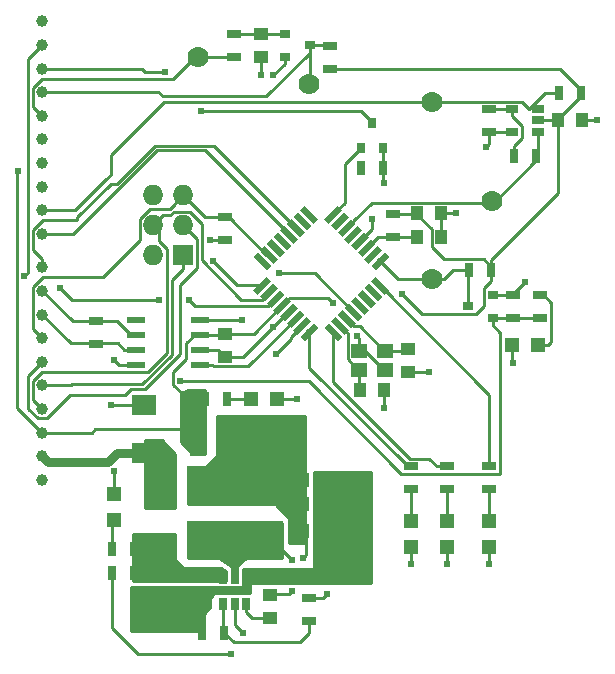
<source format=gtl>
G04 #@! TF.GenerationSoftware,KiCad,Pcbnew,5.0.0-fee4fd1~66~ubuntu18.04.1*
G04 #@! TF.CreationDate,2018-10-13T10:41:21-04:00*
G04 #@! TF.ProjectId,Intro,496E74726F2E6B696361645F70636200,rev?*
G04 #@! TF.SameCoordinates,Original*
G04 #@! TF.FileFunction,Copper,L1,Top,Signal*
G04 #@! TF.FilePolarity,Positive*
%FSLAX46Y46*%
G04 Gerber Fmt 4.6, Leading zero omitted, Abs format (unit mm)*
G04 Created by KiCad (PCBNEW 5.0.0-fee4fd1~66~ubuntu18.04.1) date Sat Oct 13 10:41:21 2018*
%MOMM*%
%LPD*%
G01*
G04 APERTURE LIST*
G04 #@! TA.AperFunction,SMDPad,CuDef*
%ADD10R,1.250000X1.000000*%
G04 #@! TD*
G04 #@! TA.AperFunction,SMDPad,CuDef*
%ADD11R,1.000000X1.250000*%
G04 #@! TD*
G04 #@! TA.AperFunction,SMDPad,CuDef*
%ADD12R,1.200000X1.200000*%
G04 #@! TD*
G04 #@! TA.AperFunction,SMDPad,CuDef*
%ADD13R,2.500000X0.900000*%
G04 #@! TD*
G04 #@! TA.AperFunction,SMDPad,CuDef*
%ADD14C,0.550000*%
G04 #@! TD*
G04 #@! TA.AperFunction,Conductor*
%ADD15C,0.100000*%
G04 #@! TD*
G04 #@! TA.AperFunction,SMDPad,CuDef*
%ADD16R,8.200000X3.300000*%
G04 #@! TD*
G04 #@! TA.AperFunction,SMDPad,CuDef*
%ADD17R,1.300000X0.700000*%
G04 #@! TD*
G04 #@! TA.AperFunction,SMDPad,CuDef*
%ADD18R,0.700000X1.300000*%
G04 #@! TD*
G04 #@! TA.AperFunction,SMDPad,CuDef*
%ADD19R,0.650000X1.060000*%
G04 #@! TD*
G04 #@! TA.AperFunction,SMDPad,CuDef*
%ADD20R,1.400000X1.200000*%
G04 #@! TD*
G04 #@! TA.AperFunction,SMDPad,CuDef*
%ADD21R,1.600000X1.000000*%
G04 #@! TD*
G04 #@! TA.AperFunction,SMDPad,CuDef*
%ADD22R,2.159000X1.778000*%
G04 #@! TD*
G04 #@! TA.AperFunction,ComponentPad*
%ADD23R,1.727200X1.727200*%
G04 #@! TD*
G04 #@! TA.AperFunction,ComponentPad*
%ADD24O,1.727200X1.727200*%
G04 #@! TD*
G04 #@! TA.AperFunction,SMDPad,CuDef*
%ADD25R,0.800000X0.900000*%
G04 #@! TD*
G04 #@! TA.AperFunction,SMDPad,CuDef*
%ADD26R,0.900000X0.800000*%
G04 #@! TD*
G04 #@! TA.AperFunction,SMDPad,CuDef*
%ADD27R,1.000000X3.200000*%
G04 #@! TD*
G04 #@! TA.AperFunction,SMDPad,CuDef*
%ADD28R,1.550000X0.600000*%
G04 #@! TD*
G04 #@! TA.AperFunction,SMDPad,CuDef*
%ADD29R,1.060000X0.650000*%
G04 #@! TD*
G04 #@! TA.AperFunction,ComponentPad*
%ADD30C,1.000000*%
G04 #@! TD*
G04 #@! TA.AperFunction,ViaPad*
%ADD31C,0.609600*%
G04 #@! TD*
G04 #@! TA.AperFunction,ViaPad*
%ADD32C,1.778000*%
G04 #@! TD*
G04 #@! TA.AperFunction,Conductor*
%ADD33C,0.254000*%
G04 #@! TD*
G04 #@! TA.AperFunction,Conductor*
%ADD34C,0.600000*%
G04 #@! TD*
G04 #@! TA.AperFunction,Conductor*
%ADD35C,0.800000*%
G04 #@! TD*
G04 #@! TA.AperFunction,Conductor*
%ADD36C,0.700000*%
G04 #@! TD*
G04 #@! TA.AperFunction,Conductor*
%ADD37C,0.500000*%
G04 #@! TD*
G04 #@! TA.AperFunction,Conductor*
%ADD38C,0.250000*%
G04 #@! TD*
G04 #@! TA.AperFunction,Conductor*
%ADD39C,0.300000*%
G04 #@! TD*
G04 #@! TA.AperFunction,Conductor*
%ADD40C,0.762000*%
G04 #@! TD*
G04 APERTURE END LIST*
D10*
G04 #@! TO.P,C4,1*
G04 #@! TO.N,VCC*
X140970000Y-87138000D03*
G04 #@! TO.P,C4,2*
G04 #@! TO.N,GND*
X140970000Y-89138000D03*
G04 #@! TD*
G04 #@! TO.P,C5,1*
G04 #@! TO.N,Net-(C5-Pad1)*
X144780000Y-111236000D03*
G04 #@! TO.P,C5,2*
G04 #@! TO.N,Net-(C5-Pad2)*
X144780000Y-109236000D03*
G04 #@! TD*
G04 #@! TO.P,C6,1*
G04 #@! TO.N,Net-(C6-Pad1)*
X156464000Y-88408000D03*
G04 #@! TO.P,C6,2*
G04 #@! TO.N,GND*
X156464000Y-90408000D03*
G04 #@! TD*
D11*
G04 #@! TO.P,C10,1*
G04 #@! TO.N,GND*
X171180000Y-69088000D03*
G04 #@! TO.P,C10,2*
G04 #@! TO.N,VCC*
X169180000Y-69088000D03*
G04 #@! TD*
G04 #@! TO.P,C11,1*
G04 #@! TO.N,Net-(C11-Pad1)*
X147590000Y-101600000D03*
G04 #@! TO.P,C11,2*
G04 #@! TO.N,GND*
X149590000Y-101600000D03*
G04 #@! TD*
G04 #@! TO.P,C12,1*
G04 #@! TO.N,Net-(C11-Pad1)*
X147590000Y-103886000D03*
G04 #@! TO.P,C12,2*
G04 #@! TO.N,GND*
X149590000Y-103886000D03*
G04 #@! TD*
D12*
G04 #@! TO.P,D2,2*
G04 #@! TO.N,Net-(D2-Pad2)*
X143172000Y-92710000D03*
G04 #@! TO.P,D2,1*
G04 #@! TO.N,GND*
X145372000Y-92710000D03*
G04 #@! TD*
G04 #@! TO.P,D6,2*
G04 #@! TO.N,Net-(D6-Pad2)*
X159766000Y-103040000D03*
G04 #@! TO.P,D6,1*
G04 #@! TO.N,GND*
X159766000Y-105240000D03*
G04 #@! TD*
D13*
G04 #@! TO.P,F1,1*
G04 #@! TO.N,+12V*
X135489500Y-101552500D03*
G04 #@! TO.P,F1,2*
G04 #@! TO.N,/12V_Fused*
X135489500Y-104452500D03*
G04 #@! TD*
D14*
G04 #@! TO.P,IC1,1*
G04 #@! TO.N,/MISO*
X144112897Y-83076610D03*
D15*
G04 #@! TD*
G04 #@! TO.N,/MISO*
G04 #@! TO.C,IC1*
G36*
X143741666Y-83836750D02*
X143352757Y-83447841D01*
X144484128Y-82316470D01*
X144873037Y-82705379D01*
X143741666Y-83836750D01*
X143741666Y-83836750D01*
G37*
D14*
G04 #@! TO.P,IC1,2*
G04 #@! TO.N,/MOSI*
X144678583Y-83642295D03*
D15*
G04 #@! TD*
G04 #@! TO.N,/MOSI*
G04 #@! TO.C,IC1*
G36*
X144307352Y-84402435D02*
X143918443Y-84013526D01*
X145049814Y-82882155D01*
X145438723Y-83271064D01*
X144307352Y-84402435D01*
X144307352Y-84402435D01*
G37*
D14*
G04 #@! TO.P,IC1,3*
G04 #@! TO.N,/SS*
X145244268Y-84207981D03*
D15*
G04 #@! TD*
G04 #@! TO.N,/SS*
G04 #@! TO.C,IC1*
G36*
X144873037Y-84968121D02*
X144484128Y-84579212D01*
X145615499Y-83447841D01*
X146004408Y-83836750D01*
X144873037Y-84968121D01*
X144873037Y-84968121D01*
G37*
D14*
G04 #@! TO.P,IC1,4*
G04 #@! TO.N,VCC*
X145809953Y-84773666D03*
D15*
G04 #@! TD*
G04 #@! TO.N,VCC*
G04 #@! TO.C,IC1*
G36*
X145438722Y-85533806D02*
X145049813Y-85144897D01*
X146181184Y-84013526D01*
X146570093Y-84402435D01*
X145438722Y-85533806D01*
X145438722Y-85533806D01*
G37*
D14*
G04 #@! TO.P,IC1,5*
G04 #@! TO.N,GND*
X146375639Y-85339352D03*
D15*
G04 #@! TD*
G04 #@! TO.N,GND*
G04 #@! TO.C,IC1*
G36*
X146004408Y-86099492D02*
X145615499Y-85710583D01*
X146746870Y-84579212D01*
X147135779Y-84968121D01*
X146004408Y-86099492D01*
X146004408Y-86099492D01*
G37*
D14*
G04 #@! TO.P,IC1,6*
G04 #@! TO.N,/TXCAN*
X146941324Y-85905037D03*
D15*
G04 #@! TD*
G04 #@! TO.N,/TXCAN*
G04 #@! TO.C,IC1*
G36*
X146570093Y-86665177D02*
X146181184Y-86276268D01*
X147312555Y-85144897D01*
X147701464Y-85533806D01*
X146570093Y-86665177D01*
X146570093Y-86665177D01*
G37*
D14*
G04 #@! TO.P,IC1,7*
G04 #@! TO.N,/RXCAN*
X147507010Y-86470722D03*
D15*
G04 #@! TD*
G04 #@! TO.N,/RXCAN*
G04 #@! TO.C,IC1*
G36*
X147135779Y-87230862D02*
X146746870Y-86841953D01*
X147878241Y-85710582D01*
X148267150Y-86099491D01*
X147135779Y-87230862D01*
X147135779Y-87230862D01*
G37*
D14*
G04 #@! TO.P,IC1,8*
G04 #@! TO.N,/P_LED_1*
X148072695Y-87036408D03*
D15*
G04 #@! TD*
G04 #@! TO.N,/P_LED_1*
G04 #@! TO.C,IC1*
G36*
X147701464Y-87796548D02*
X147312555Y-87407639D01*
X148443926Y-86276268D01*
X148832835Y-86665177D01*
X147701464Y-87796548D01*
X147701464Y-87796548D01*
G37*
D14*
G04 #@! TO.P,IC1,9*
G04 #@! TO.N,/P_LED_2*
X150123305Y-87036408D03*
D15*
G04 #@! TD*
G04 #@! TO.N,/P_LED_2*
G04 #@! TO.C,IC1*
G36*
X150883445Y-87407639D02*
X150494536Y-87796548D01*
X149363165Y-86665177D01*
X149752074Y-86276268D01*
X150883445Y-87407639D01*
X150883445Y-87407639D01*
G37*
D14*
G04 #@! TO.P,IC1,10*
G04 #@! TO.N,Net-(C8-Pad1)*
X150688990Y-86470722D03*
D15*
G04 #@! TD*
G04 #@! TO.N,Net-(C8-Pad1)*
G04 #@! TO.C,IC1*
G36*
X151449130Y-86841953D02*
X151060221Y-87230862D01*
X149928850Y-86099491D01*
X150317759Y-85710582D01*
X151449130Y-86841953D01*
X151449130Y-86841953D01*
G37*
D14*
G04 #@! TO.P,IC1,11*
G04 #@! TO.N,Net-(C6-Pad1)*
X151254676Y-85905037D03*
D15*
G04 #@! TD*
G04 #@! TO.N,Net-(C6-Pad1)*
G04 #@! TO.C,IC1*
G36*
X152014816Y-86276268D02*
X151625907Y-86665177D01*
X150494536Y-85533806D01*
X150883445Y-85144897D01*
X152014816Y-86276268D01*
X152014816Y-86276268D01*
G37*
D14*
G04 #@! TO.P,IC1,12*
G04 #@! TO.N,/SCK*
X151820361Y-85339352D03*
D15*
G04 #@! TD*
G04 #@! TO.N,/SCK*
G04 #@! TO.C,IC1*
G36*
X152580501Y-85710583D02*
X152191592Y-86099492D01*
X151060221Y-84968121D01*
X151449130Y-84579212D01*
X152580501Y-85710583D01*
X152580501Y-85710583D01*
G37*
D14*
G04 #@! TO.P,IC1,13*
G04 #@! TO.N,Net-(IC1-Pad13)*
X152386047Y-84773666D03*
D15*
G04 #@! TD*
G04 #@! TO.N,Net-(IC1-Pad13)*
G04 #@! TO.C,IC1*
G36*
X153146187Y-85144897D02*
X152757278Y-85533806D01*
X151625907Y-84402435D01*
X152014816Y-84013526D01*
X153146187Y-85144897D01*
X153146187Y-85144897D01*
G37*
D14*
G04 #@! TO.P,IC1,14*
G04 #@! TO.N,Net-(IC1-Pad14)*
X152951732Y-84207981D03*
D15*
G04 #@! TD*
G04 #@! TO.N,Net-(IC1-Pad14)*
G04 #@! TO.C,IC1*
G36*
X153711872Y-84579212D02*
X153322963Y-84968121D01*
X152191592Y-83836750D01*
X152580501Y-83447841D01*
X153711872Y-84579212D01*
X153711872Y-84579212D01*
G37*
D14*
G04 #@! TO.P,IC1,15*
G04 #@! TO.N,Net-(IC1-Pad15)*
X153517417Y-83642295D03*
D15*
G04 #@! TD*
G04 #@! TO.N,Net-(IC1-Pad15)*
G04 #@! TO.C,IC1*
G36*
X154277557Y-84013526D02*
X153888648Y-84402435D01*
X152757277Y-83271064D01*
X153146186Y-82882155D01*
X154277557Y-84013526D01*
X154277557Y-84013526D01*
G37*
D14*
G04 #@! TO.P,IC1,16*
G04 #@! TO.N,/P_LED_3*
X154083103Y-83076610D03*
D15*
G04 #@! TD*
G04 #@! TO.N,/P_LED_3*
G04 #@! TO.C,IC1*
G36*
X154843243Y-83447841D02*
X154454334Y-83836750D01*
X153322963Y-82705379D01*
X153711872Y-82316470D01*
X154843243Y-83447841D01*
X154843243Y-83447841D01*
G37*
D14*
G04 #@! TO.P,IC1,17*
G04 #@! TO.N,/SSO_1*
X154083103Y-81026000D03*
D15*
G04 #@! TD*
G04 #@! TO.N,/SSO_1*
G04 #@! TO.C,IC1*
G36*
X153711872Y-81786140D02*
X153322963Y-81397231D01*
X154454334Y-80265860D01*
X154843243Y-80654769D01*
X153711872Y-81786140D01*
X153711872Y-81786140D01*
G37*
D14*
G04 #@! TO.P,IC1,18*
G04 #@! TO.N,Net-(IC1-Pad18)*
X153517417Y-80460315D03*
D15*
G04 #@! TD*
G04 #@! TO.N,Net-(IC1-Pad18)*
G04 #@! TO.C,IC1*
G36*
X153146186Y-81220455D02*
X152757277Y-80831546D01*
X153888648Y-79700175D01*
X154277557Y-80089084D01*
X153146186Y-81220455D01*
X153146186Y-81220455D01*
G37*
D14*
G04 #@! TO.P,IC1,19*
G04 #@! TO.N,Net-(C2-Pad1)*
X152951732Y-79894629D03*
D15*
G04 #@! TD*
G04 #@! TO.N,Net-(C2-Pad1)*
G04 #@! TO.C,IC1*
G36*
X152580501Y-80654769D02*
X152191592Y-80265860D01*
X153322963Y-79134489D01*
X153711872Y-79523398D01*
X152580501Y-80654769D01*
X152580501Y-80654769D01*
G37*
D14*
G04 #@! TO.P,IC1,20*
G04 #@! TO.N,GND*
X152386047Y-79328944D03*
D15*
G04 #@! TD*
G04 #@! TO.N,GND*
G04 #@! TO.C,IC1*
G36*
X152014816Y-80089084D02*
X151625907Y-79700175D01*
X152757278Y-78568804D01*
X153146187Y-78957713D01*
X152014816Y-80089084D01*
X152014816Y-80089084D01*
G37*
D14*
G04 #@! TO.P,IC1,21*
G04 #@! TO.N,Net-(IC1-Pad21)*
X151820361Y-78763258D03*
D15*
G04 #@! TD*
G04 #@! TO.N,Net-(IC1-Pad21)*
G04 #@! TO.C,IC1*
G36*
X151449130Y-79523398D02*
X151060221Y-79134489D01*
X152191592Y-78003118D01*
X152580501Y-78392027D01*
X151449130Y-79523398D01*
X151449130Y-79523398D01*
G37*
D14*
G04 #@! TO.P,IC1,22*
G04 #@! TO.N,/SensorAmp*
X151254676Y-78197573D03*
D15*
G04 #@! TD*
G04 #@! TO.N,/SensorAmp*
G04 #@! TO.C,IC1*
G36*
X150883445Y-78957713D02*
X150494536Y-78568804D01*
X151625907Y-77437433D01*
X152014816Y-77826342D01*
X150883445Y-78957713D01*
X150883445Y-78957713D01*
G37*
D14*
G04 #@! TO.P,IC1,23*
G04 #@! TO.N,Net-(IC1-Pad23)*
X150688990Y-77631888D03*
D15*
G04 #@! TD*
G04 #@! TO.N,Net-(IC1-Pad23)*
G04 #@! TO.C,IC1*
G36*
X150317759Y-78392028D02*
X149928850Y-78003119D01*
X151060221Y-76871748D01*
X151449130Y-77260657D01*
X150317759Y-78392028D01*
X150317759Y-78392028D01*
G37*
D14*
G04 #@! TO.P,IC1,24*
G04 #@! TO.N,/LSD_Gate*
X150123305Y-77066202D03*
D15*
G04 #@! TD*
G04 #@! TO.N,/LSD_Gate*
G04 #@! TO.C,IC1*
G36*
X149752074Y-77826342D02*
X149363165Y-77437433D01*
X150494536Y-76306062D01*
X150883445Y-76694971D01*
X149752074Y-77826342D01*
X149752074Y-77826342D01*
G37*
D14*
G04 #@! TO.P,IC1,25*
G04 #@! TO.N,Net-(IC1-Pad25)*
X148072695Y-77066202D03*
D15*
G04 #@! TD*
G04 #@! TO.N,Net-(IC1-Pad25)*
G04 #@! TO.C,IC1*
G36*
X148832835Y-77437433D02*
X148443926Y-77826342D01*
X147312555Y-76694971D01*
X147701464Y-76306062D01*
X148832835Y-77437433D01*
X148832835Y-77437433D01*
G37*
D14*
G04 #@! TO.P,IC1,26*
G04 #@! TO.N,Net-(IC1-Pad26)*
X147507010Y-77631888D03*
D15*
G04 #@! TD*
G04 #@! TO.N,Net-(IC1-Pad26)*
G04 #@! TO.C,IC1*
G36*
X148267150Y-78003119D02*
X147878241Y-78392028D01*
X146746870Y-77260657D01*
X147135779Y-76871748D01*
X148267150Y-78003119D01*
X148267150Y-78003119D01*
G37*
D14*
G04 #@! TO.P,IC1,27*
G04 #@! TO.N,/Pinout1*
X146941324Y-78197573D03*
D15*
G04 #@! TD*
G04 #@! TO.N,/Pinout1*
G04 #@! TO.C,IC1*
G36*
X147701464Y-78568804D02*
X147312555Y-78957713D01*
X146181184Y-77826342D01*
X146570093Y-77437433D01*
X147701464Y-78568804D01*
X147701464Y-78568804D01*
G37*
D14*
G04 #@! TO.P,IC1,28*
G04 #@! TO.N,/Pinout2*
X146375639Y-78763258D03*
D15*
G04 #@! TD*
G04 #@! TO.N,/Pinout2*
G04 #@! TO.C,IC1*
G36*
X147135779Y-79134489D02*
X146746870Y-79523398D01*
X145615499Y-78392027D01*
X146004408Y-78003118D01*
X147135779Y-79134489D01*
X147135779Y-79134489D01*
G37*
D14*
G04 #@! TO.P,IC1,29*
G04 #@! TO.N,Net-(IC1-Pad29)*
X145809953Y-79328944D03*
D15*
G04 #@! TD*
G04 #@! TO.N,Net-(IC1-Pad29)*
G04 #@! TO.C,IC1*
G36*
X146570093Y-79700175D02*
X146181184Y-80089084D01*
X145049813Y-78957713D01*
X145438722Y-78568804D01*
X146570093Y-79700175D01*
X146570093Y-79700175D01*
G37*
D14*
G04 #@! TO.P,IC1,30*
G04 #@! TO.N,Net-(IC1-Pad30)*
X145244268Y-79894629D03*
D15*
G04 #@! TD*
G04 #@! TO.N,Net-(IC1-Pad30)*
G04 #@! TO.C,IC1*
G36*
X146004408Y-80265860D02*
X145615499Y-80654769D01*
X144484128Y-79523398D01*
X144873037Y-79134489D01*
X146004408Y-80265860D01*
X146004408Y-80265860D01*
G37*
D14*
G04 #@! TO.P,IC1,31*
G04 #@! TO.N,/RESET*
X144678583Y-80460315D03*
D15*
G04 #@! TD*
G04 #@! TO.N,/RESET*
G04 #@! TO.C,IC1*
G36*
X145438723Y-80831546D02*
X145049814Y-81220455D01*
X143918443Y-80089084D01*
X144307352Y-79700175D01*
X145438723Y-80831546D01*
X145438723Y-80831546D01*
G37*
D14*
G04 #@! TO.P,IC1,32*
G04 #@! TO.N,Net-(IC1-Pad32)*
X144112897Y-81026000D03*
D15*
G04 #@! TD*
G04 #@! TO.N,Net-(IC1-Pad32)*
G04 #@! TO.C,IC1*
G36*
X144873037Y-81397231D02*
X144484128Y-81786140D01*
X143352757Y-80654769D01*
X143741666Y-80265860D01*
X144873037Y-81397231D01*
X144873037Y-81397231D01*
G37*
D16*
G04 #@! TO.P,L1,1*
G04 #@! TO.N,Net-(C5-Pad2)*
X141795500Y-104648500D03*
G04 #@! TO.P,L1,2*
G04 #@! TO.N,Net-(C11-Pad1)*
X141795500Y-99948500D03*
G04 #@! TD*
D17*
G04 #@! TO.P,R1,1*
G04 #@! TO.N,VCC*
X155194000Y-77028000D03*
G04 #@! TO.P,R1,2*
G04 #@! TO.N,Net-(C2-Pad1)*
X155194000Y-78928000D03*
G04 #@! TD*
D18*
G04 #@! TO.P,R2,1*
G04 #@! TO.N,/12V_Fused*
X133284000Y-105410000D03*
G04 #@! TO.P,R2,2*
G04 #@! TO.N,Net-(D1-Pad2)*
X131384000Y-105410000D03*
G04 #@! TD*
G04 #@! TO.P,R3,1*
G04 #@! TO.N,/12V_Fused*
X133284000Y-107442000D03*
G04 #@! TO.P,R3,2*
G04 #@! TO.N,Net-(R3-Pad2)*
X131384000Y-107442000D03*
G04 #@! TD*
G04 #@! TO.P,R6,1*
G04 #@! TO.N,VCC*
X171130000Y-66802000D03*
G04 #@! TO.P,R6,2*
G04 #@! TO.N,/SensorOut*
X169230000Y-66802000D03*
G04 #@! TD*
D17*
G04 #@! TO.P,R8,1*
G04 #@! TO.N,VCC*
X140970000Y-79182000D03*
G04 #@! TO.P,R8,2*
G04 #@! TO.N,/RESET*
X140970000Y-77282000D03*
G04 #@! TD*
D18*
G04 #@! TO.P,R11,1*
G04 #@! TO.N,/SensorAmp*
X167320000Y-72136000D03*
G04 #@! TO.P,R11,2*
G04 #@! TO.N,Net-(R11-Pad2)*
X165420000Y-72136000D03*
G04 #@! TD*
G04 #@! TO.P,R12,1*
G04 #@! TO.N,VCC*
X139258000Y-92710000D03*
G04 #@! TO.P,R12,2*
G04 #@! TO.N,Net-(D2-Pad2)*
X141158000Y-92710000D03*
G04 #@! TD*
G04 #@! TO.P,R16,1*
G04 #@! TO.N,Net-(R16-Pad1)*
X152466000Y-73152000D03*
G04 #@! TO.P,R16,2*
G04 #@! TO.N,GND*
X154366000Y-73152000D03*
G04 #@! TD*
D19*
G04 #@! TO.P,U2,1*
G04 #@! TO.N,GND*
X142720100Y-107802500D03*
G04 #@! TO.P,U2,2*
G04 #@! TO.N,Net-(C5-Pad2)*
X141770100Y-107802500D03*
G04 #@! TO.P,U2,3*
G04 #@! TO.N,/12V_Fused*
X140820100Y-107802500D03*
G04 #@! TO.P,U2,4*
G04 #@! TO.N,Net-(R4-Pad1)*
X140820100Y-110002500D03*
G04 #@! TO.P,U2,6*
G04 #@! TO.N,Net-(C5-Pad1)*
X142720100Y-110002500D03*
G04 #@! TO.P,U2,5*
G04 #@! TO.N,Net-(R3-Pad2)*
X141770100Y-110002500D03*
G04 #@! TD*
D20*
G04 #@! TO.P,Y1,1*
G04 #@! TO.N,Net-(C6-Pad1)*
X154516000Y-88608000D03*
G04 #@! TO.P,Y1,2*
G04 #@! TO.N,GND*
X152316000Y-88608000D03*
G04 #@! TO.P,Y1,3*
G04 #@! TO.N,Net-(C8-Pad1)*
X152316000Y-90208000D03*
G04 #@! TO.P,Y1,4*
G04 #@! TO.N,GND*
X154516000Y-90208000D03*
G04 #@! TD*
D17*
G04 #@! TO.P,R13,1*
G04 #@! TO.N,/SSI_1*
X167640000Y-85786000D03*
G04 #@! TO.P,R13,2*
G04 #@! TO.N,Net-(D3-Pad2)*
X167640000Y-83886000D03*
G04 #@! TD*
G04 #@! TO.P,R14,1*
G04 #@! TO.N,/SSI_1*
X165354000Y-85786000D03*
G04 #@! TO.P,R14,2*
G04 #@! TO.N,GND*
X165354000Y-83886000D03*
G04 #@! TD*
D18*
G04 #@! TO.P,R15,1*
G04 #@! TO.N,VCC*
X163510000Y-81788000D03*
G04 #@! TO.P,R15,2*
G04 #@! TO.N,/SSO_1*
X161610000Y-81788000D03*
G04 #@! TD*
D17*
G04 #@! TO.P,R17,1*
G04 #@! TO.N,/P_LED_3*
X163322000Y-98364000D03*
G04 #@! TO.P,R17,2*
G04 #@! TO.N,Net-(D4-Pad2)*
X163322000Y-100264000D03*
G04 #@! TD*
D21*
G04 #@! TO.P,C3,1*
G04 #@! TO.N,/12V_Fused*
X138430000Y-107720000D03*
G04 #@! TO.P,C3,2*
G04 #@! TO.N,GND*
X138430000Y-110720000D03*
G04 #@! TD*
D11*
G04 #@! TO.P,C7,1*
G04 #@! TO.N,Net-(C11-Pad1)*
X147590000Y-99568000D03*
G04 #@! TO.P,C7,2*
G04 #@! TO.N,GND*
X149590000Y-99568000D03*
G04 #@! TD*
G04 #@! TO.P,C8,1*
G04 #@! TO.N,Net-(C8-Pad1)*
X152416000Y-91948000D03*
G04 #@! TO.P,C8,2*
G04 #@! TO.N,GND*
X154416000Y-91948000D03*
G04 #@! TD*
D10*
G04 #@! TO.P,C9,1*
G04 #@! TO.N,GND*
X144018000Y-63738000D03*
G04 #@! TO.P,C9,2*
G04 #@! TO.N,Net-(C9-Pad2)*
X144018000Y-61738000D03*
G04 #@! TD*
D12*
G04 #@! TO.P,D1,2*
G04 #@! TO.N,Net-(D1-Pad2)*
X131572000Y-102954000D03*
G04 #@! TO.P,D1,1*
G04 #@! TO.N,GND*
X131572000Y-100754000D03*
G04 #@! TD*
D22*
G04 #@! TO.P,D7,2*
G04 #@! TO.N,GND*
X134112000Y-93218000D03*
G04 #@! TO.P,D7,1*
G04 #@! TO.N,+12V*
X134112000Y-97282000D03*
G04 #@! TD*
D23*
G04 #@! TO.P,J4,1*
G04 #@! TO.N,/MISO*
X137414000Y-80518000D03*
D24*
G04 #@! TO.P,J4,2*
G04 #@! TO.N,VCC*
X134874000Y-80518000D03*
G04 #@! TO.P,J4,3*
G04 #@! TO.N,/SCK*
X137414000Y-77978000D03*
G04 #@! TO.P,J4,4*
G04 #@! TO.N,/MOSI*
X134874000Y-77978000D03*
G04 #@! TO.P,J4,5*
G04 #@! TO.N,/RESET*
X137414000Y-75438000D03*
G04 #@! TO.P,J4,6*
G04 #@! TO.N,GND*
X134874000Y-75438000D03*
G04 #@! TD*
D25*
G04 #@! TO.P,Q1,1*
G04 #@! TO.N,/LSD_Gate*
X152466000Y-71408000D03*
G04 #@! TO.P,Q1,2*
G04 #@! TO.N,GND*
X154366000Y-71408000D03*
G04 #@! TO.P,Q1,3*
G04 #@! TO.N,/LSD*
X153416000Y-69308000D03*
G04 #@! TD*
D26*
G04 #@! TO.P,Q2,1*
G04 #@! TO.N,/SSI_1*
X163610000Y-85786000D03*
G04 #@! TO.P,Q2,2*
G04 #@! TO.N,GND*
X163610000Y-83886000D03*
G04 #@! TO.P,Q2,3*
G04 #@! TO.N,/SSO_1*
X161510000Y-84836000D03*
G04 #@! TD*
G04 #@! TO.P,Q5,1*
G04 #@! TO.N,Net-(C9-Pad2)*
X146016000Y-61788000D03*
G04 #@! TO.P,Q5,2*
G04 #@! TO.N,GND*
X146016000Y-63688000D03*
G04 #@! TO.P,Q5,3*
G04 #@! TO.N,/RCOut*
X148116000Y-62738000D03*
G04 #@! TD*
D27*
G04 #@! TO.P,R9,1*
G04 #@! TO.N,VCC*
X138505000Y-95885000D03*
G04 #@! TO.P,R9,2*
G04 #@! TO.N,Net-(C11-Pad1)*
X144705000Y-95885000D03*
G04 #@! TD*
D17*
G04 #@! TO.P,R19,1*
G04 #@! TO.N,Net-(R11-Pad2)*
X163322000Y-68138000D03*
G04 #@! TO.P,R19,2*
G04 #@! TO.N,GND*
X163322000Y-70038000D03*
G04 #@! TD*
G04 #@! TO.P,R21,1*
G04 #@! TO.N,/P_LED_1*
X156718000Y-98364000D03*
G04 #@! TO.P,R21,2*
G04 #@! TO.N,Net-(D5-Pad2)*
X156718000Y-100264000D03*
G04 #@! TD*
G04 #@! TO.P,R22,1*
G04 #@! TO.N,/RCIn*
X141732000Y-63688000D03*
G04 #@! TO.P,R22,2*
G04 #@! TO.N,Net-(C9-Pad2)*
X141732000Y-61788000D03*
G04 #@! TD*
G04 #@! TO.P,R23,1*
G04 #@! TO.N,/P_LED_2*
X159766000Y-98364000D03*
G04 #@! TO.P,R23,2*
G04 #@! TO.N,Net-(D6-Pad2)*
X159766000Y-100264000D03*
G04 #@! TD*
G04 #@! TO.P,R24,1*
G04 #@! TO.N,VCC*
X149860000Y-64704000D03*
G04 #@! TO.P,R24,2*
G04 #@! TO.N,/RCOut*
X149860000Y-62804000D03*
G04 #@! TD*
D28*
G04 #@! TO.P,U1,1*
G04 #@! TO.N,/TXCAN*
X138844000Y-89789000D03*
G04 #@! TO.P,U1,2*
G04 #@! TO.N,GND*
X138844000Y-88519000D03*
G04 #@! TO.P,U1,3*
G04 #@! TO.N,VCC*
X138844000Y-87249000D03*
G04 #@! TO.P,U1,4*
G04 #@! TO.N,/RXCAN*
X138844000Y-85979000D03*
G04 #@! TO.P,U1,5*
G04 #@! TO.N,Net-(U1-Pad5)*
X133444000Y-85979000D03*
G04 #@! TO.P,U1,6*
G04 #@! TO.N,/CANL*
X133444000Y-87249000D03*
G04 #@! TO.P,U1,7*
G04 #@! TO.N,/CANH*
X133444000Y-88519000D03*
G04 #@! TO.P,U1,8*
G04 #@! TO.N,GND*
X133444000Y-89789000D03*
G04 #@! TD*
D29*
G04 #@! TO.P,U3,1*
G04 #@! TO.N,/SensorAmp*
X167470000Y-70038000D03*
G04 #@! TO.P,U3,2*
G04 #@! TO.N,VCC*
X167470000Y-69088000D03*
G04 #@! TO.P,U3,3*
G04 #@! TO.N,/SensorOut*
X167470000Y-68138000D03*
G04 #@! TO.P,U3,4*
G04 #@! TO.N,Net-(R11-Pad2)*
X165270000Y-68138000D03*
G04 #@! TO.P,U3,5*
G04 #@! TO.N,GND*
X165270000Y-70038000D03*
G04 #@! TD*
D11*
G04 #@! TO.P,C1,1*
G04 #@! TO.N,VCC*
X157242000Y-76962000D03*
G04 #@! TO.P,C1,2*
G04 #@! TO.N,GND*
X159242000Y-76962000D03*
G04 #@! TD*
G04 #@! TO.P,C2,1*
G04 #@! TO.N,Net-(C2-Pad1)*
X157242000Y-78994000D03*
G04 #@! TO.P,C2,2*
G04 #@! TO.N,GND*
X159242000Y-78994000D03*
G04 #@! TD*
D12*
G04 #@! TO.P,D3,2*
G04 #@! TO.N,Net-(D3-Pad2)*
X167470000Y-88138000D03*
G04 #@! TO.P,D3,1*
G04 #@! TO.N,GND*
X165270000Y-88138000D03*
G04 #@! TD*
G04 #@! TO.P,D4,2*
G04 #@! TO.N,Net-(D4-Pad2)*
X163322000Y-103040000D03*
G04 #@! TO.P,D4,1*
G04 #@! TO.N,GND*
X163322000Y-105240000D03*
G04 #@! TD*
G04 #@! TO.P,D5,2*
G04 #@! TO.N,Net-(D5-Pad2)*
X156718000Y-103040000D03*
G04 #@! TO.P,D5,1*
G04 #@! TO.N,GND*
X156718000Y-105240000D03*
G04 #@! TD*
D18*
G04 #@! TO.P,R4,1*
G04 #@! TO.N,Net-(R4-Pad1)*
X140904000Y-112522000D03*
G04 #@! TO.P,R4,2*
G04 #@! TO.N,GND*
X139004000Y-112522000D03*
G04 #@! TD*
D17*
G04 #@! TO.P,R5,1*
G04 #@! TO.N,Net-(R4-Pad1)*
X148082000Y-111440000D03*
G04 #@! TO.P,R5,2*
G04 #@! TO.N,Net-(C11-Pad1)*
X148082000Y-109540000D03*
G04 #@! TD*
G04 #@! TO.P,R7,1*
G04 #@! TO.N,/CANH*
X130048000Y-88006000D03*
G04 #@! TO.P,R7,2*
G04 #@! TO.N,/CANL*
X130048000Y-86106000D03*
G04 #@! TD*
D30*
G04 #@! TO.P,J1,1*
G04 #@! TO.N,/Pinout1*
X125476000Y-81534000D03*
G04 #@! TO.P,J1,2*
G04 #@! TO.N,/CANL*
X125476000Y-83534000D03*
G04 #@! TO.P,J1,3*
G04 #@! TO.N,/CANH*
X125476000Y-85534000D03*
G04 #@! TO.P,J1,8*
G04 #@! TO.N,VCC*
X125476000Y-95534000D03*
G04 #@! TO.P,J1,7*
G04 #@! TO.N,/MOSI*
X125476000Y-93534000D03*
G04 #@! TO.P,J1,6*
G04 #@! TO.N,/MISO*
X125476000Y-91534000D03*
G04 #@! TO.P,J1,5*
G04 #@! TO.N,/SCK*
X125476000Y-89534000D03*
G04 #@! TO.P,J1,4*
G04 #@! TO.N,/RESET*
X125476000Y-87534000D03*
G04 #@! TO.P,J1,9*
G04 #@! TO.N,+12V*
X125476000Y-97534000D03*
G04 #@! TO.P,J1,10*
G04 #@! TO.N,GND*
X125476000Y-99534000D03*
G04 #@! TD*
G04 #@! TO.P,J2,10*
G04 #@! TO.N,/Pinout2*
X125476000Y-78706000D03*
G04 #@! TO.P,J2,9*
G04 #@! TO.N,/SensorOut*
X125476000Y-76706000D03*
G04 #@! TO.P,J2,4*
G04 #@! TO.N,/RCOut*
X125476000Y-66706000D03*
G04 #@! TO.P,J2,5*
G04 #@! TO.N,/RCIn*
X125476000Y-68706000D03*
G04 #@! TO.P,J2,6*
G04 #@! TO.N,/SSI_1*
X125476000Y-70706000D03*
G04 #@! TO.P,J2,7*
G04 #@! TO.N,VCC*
X125476000Y-72706000D03*
G04 #@! TO.P,J2,8*
G04 #@! TO.N,GND*
X125476000Y-74706000D03*
G04 #@! TO.P,J2,3*
G04 #@! TO.N,/LSD*
X125476000Y-64706000D03*
G04 #@! TO.P,J2,2*
G04 #@! TO.N,/SS*
X125476000Y-62706000D03*
G04 #@! TO.P,J2,1*
G04 #@! TO.N,Net-(J2-Pad1)*
X125476000Y-60706000D03*
G04 #@! TD*
D31*
G04 #@! TO.N,GND*
X131318000Y-93218000D03*
X160528000Y-76962000D03*
X131572000Y-89408000D03*
X172466000Y-69088000D03*
X163068000Y-71374000D03*
X154432000Y-74422000D03*
X153416000Y-77470000D03*
X166370000Y-82804000D03*
X165354000Y-89662000D03*
X147066000Y-92710000D03*
X145034000Y-86614000D03*
X152146000Y-87376000D03*
X158242000Y-90424000D03*
X154432000Y-93472000D03*
X145034000Y-65278000D03*
X144018000Y-65278000D03*
X163322000Y-106680000D03*
X159766000Y-106680000D03*
X156718000Y-106680000D03*
X136398000Y-109474000D03*
X134112000Y-109474000D03*
X134112000Y-111252000D03*
X136398000Y-111252000D03*
X151384000Y-99822000D03*
X151638000Y-104648000D03*
X152654000Y-103632000D03*
X151638000Y-102616000D03*
X152654000Y-101600000D03*
X151638000Y-100838000D03*
X152654000Y-99822000D03*
X131572000Y-98806000D03*
G04 #@! TO.N,VCC*
X139700000Y-79248000D03*
X155956000Y-83820000D03*
X150114000Y-84582000D03*
X123444000Y-73406000D03*
G04 #@! TO.N,/MISO*
X139954000Y-81026000D03*
G04 #@! TO.N,/RXCAN*
X142427200Y-85979000D03*
X145288000Y-88900000D03*
G04 #@! TO.N,/SCK*
X145542000Y-82042000D03*
G04 #@! TO.N,Net-(C5-Pad2)*
X146646900Y-108920100D03*
X146596100Y-106329300D03*
G04 #@! TO.N,Net-(C11-Pad1)*
X147574000Y-106172000D03*
X149606000Y-109220000D03*
G04 #@! TO.N,/SS*
X135382000Y-84328000D03*
X137922000Y-84328000D03*
X127000000Y-83312000D03*
X123952000Y-82296000D03*
D32*
G04 #@! TO.N,/SSO_1*
X158496000Y-82550000D03*
G04 #@! TO.N,/SensorAmp*
X163576000Y-75946000D03*
G04 #@! TO.N,/SensorOut*
X158496000Y-67564000D03*
D31*
G04 #@! TO.N,/SSI_1*
X137160000Y-91186000D03*
D32*
G04 #@! TO.N,/RCIn*
X138684000Y-63754000D03*
G04 #@! TO.N,/RCOut*
X148082000Y-66040000D03*
D31*
G04 #@! TO.N,/LSD*
X138938000Y-68326000D03*
X135890000Y-65024000D03*
G04 #@! TO.N,Net-(R3-Pad2)*
X142494000Y-112522000D03*
X141478000Y-114300000D03*
G04 #@! TD*
D33*
G04 #@! TO.N,GND*
X134112000Y-93218000D02*
X131318000Y-93218000D01*
X159242000Y-76962000D02*
X160528000Y-76962000D01*
X133444000Y-89789000D02*
X131953000Y-89789000D01*
X131953000Y-89789000D02*
X131572000Y-89408000D01*
X140970000Y-89138000D02*
X142510000Y-89138000D01*
X142510000Y-89138000D02*
X145034000Y-86614000D01*
X138844000Y-88519000D02*
X140351000Y-88519000D01*
X140351000Y-88519000D02*
X140970000Y-89138000D01*
X171180000Y-69088000D02*
X172466000Y-69088000D01*
X163322000Y-70038000D02*
X163322000Y-71120000D01*
X163322000Y-71120000D02*
X163068000Y-71374000D01*
X154366000Y-73152000D02*
X154366000Y-74356000D01*
X154366000Y-74356000D02*
X154432000Y-74422000D01*
X154366000Y-73152000D02*
X154366000Y-71408000D01*
X165270000Y-70038000D02*
X163322000Y-70038000D01*
X152386047Y-79319639D02*
X153416000Y-78289686D01*
X153416000Y-78289686D02*
X153416000Y-77470000D01*
X159242000Y-76962000D02*
X159242000Y-78994000D01*
X165354000Y-83886000D02*
X165354000Y-83820000D01*
X165354000Y-83820000D02*
X166370000Y-82804000D01*
X165354000Y-83886000D02*
X163610000Y-83886000D01*
X165270000Y-88138000D02*
X165270000Y-89578000D01*
X165270000Y-89578000D02*
X165354000Y-89662000D01*
X145372000Y-92710000D02*
X147066000Y-92710000D01*
X146375639Y-85330047D02*
X146317953Y-85330047D01*
X146317953Y-85330047D02*
X145034000Y-86614000D01*
X152316000Y-88608000D02*
X152316000Y-87546000D01*
X152316000Y-87546000D02*
X152146000Y-87376000D01*
X156464000Y-90408000D02*
X158226000Y-90408000D01*
X158226000Y-90408000D02*
X158242000Y-90424000D01*
X154416000Y-91948000D02*
X154416000Y-93456000D01*
X154416000Y-93456000D02*
X154432000Y-93472000D01*
X152316000Y-88608000D02*
X152816000Y-88608000D01*
X152816000Y-88608000D02*
X154416000Y-90208000D01*
X154416000Y-90208000D02*
X154516000Y-90208000D01*
X146016000Y-63688000D02*
X146016000Y-64296000D01*
X146016000Y-64296000D02*
X145034000Y-65278000D01*
X144018000Y-63738000D02*
X144018000Y-65278000D01*
X163322000Y-105240000D02*
X163322000Y-106680000D01*
X159766000Y-105240000D02*
X159766000Y-106680000D01*
X156718000Y-105240000D02*
X156718000Y-106680000D01*
X139004000Y-112522000D02*
X139004000Y-111294000D01*
X139004000Y-111294000D02*
X138430000Y-110720000D01*
X134112000Y-93218000D02*
X134302500Y-93218000D01*
X138430000Y-110720000D02*
X136930000Y-110720000D01*
X134112000Y-111252000D02*
X134112000Y-109474000D01*
X136930000Y-110720000D02*
X136398000Y-111252000D01*
X151384000Y-99822000D02*
X152654000Y-99822000D01*
X151130000Y-99568000D02*
X151384000Y-99822000D01*
X149590000Y-99568000D02*
X151130000Y-99568000D01*
X151892000Y-104902000D02*
X151892000Y-105918000D01*
X151638000Y-104648000D02*
X151892000Y-104902000D01*
X151638000Y-102616000D02*
X152654000Y-103632000D01*
X152400000Y-101600000D02*
X152654000Y-101600000D01*
X151638000Y-100838000D02*
X152400000Y-101600000D01*
X131572000Y-100754000D02*
X131572000Y-98806000D01*
G04 #@! TO.N,VCC*
X129951238Y-95250000D02*
X137668000Y-95250000D01*
X137668000Y-87950000D02*
X138369000Y-87249000D01*
X138369000Y-87249000D02*
X138844000Y-87249000D01*
X137668000Y-89275880D02*
X137668000Y-87950000D01*
X139258000Y-92710000D02*
X137819382Y-92710000D01*
X137819382Y-92710000D02*
X136575799Y-91466417D01*
X136575799Y-91466417D02*
X136575799Y-90368081D01*
X136575799Y-90368081D02*
X137668000Y-89275880D01*
X140970000Y-79182000D02*
X139766000Y-79182000D01*
X139766000Y-79182000D02*
X139700000Y-79248000D01*
X171130000Y-66802000D02*
X171130000Y-66502000D01*
X171130000Y-66502000D02*
X169332000Y-64704000D01*
X150764000Y-64704000D02*
X149860000Y-64704000D01*
X169332000Y-64704000D02*
X150764000Y-64704000D01*
X163510000Y-81788000D02*
X163510000Y-80884000D01*
X163510000Y-80884000D02*
X169180000Y-75214000D01*
X169180000Y-75214000D02*
X169180000Y-69967000D01*
X169180000Y-69967000D02*
X169180000Y-69088000D01*
X155956000Y-83820000D02*
X157651401Y-85515401D01*
X157651401Y-85515401D02*
X162183521Y-85515401D01*
X162183521Y-85515401D02*
X162880599Y-84818323D01*
X162880599Y-84818323D02*
X162880599Y-83321401D01*
X162880599Y-83321401D02*
X163510000Y-82692000D01*
X163510000Y-82692000D02*
X163510000Y-81788000D01*
X145809953Y-84764361D02*
X146446348Y-84127966D01*
X146446348Y-84127966D02*
X149659966Y-84127966D01*
X149659966Y-84127966D02*
X150114000Y-84582000D01*
X140970000Y-87138000D02*
X143436314Y-87138000D01*
X143436314Y-87138000D02*
X145809953Y-84764361D01*
X138844000Y-87249000D02*
X140859000Y-87249000D01*
X140859000Y-87249000D02*
X140970000Y-87138000D01*
X157242000Y-76962000D02*
X157242000Y-77087000D01*
X157242000Y-77087000D02*
X158462599Y-78307599D01*
X158462599Y-78307599D02*
X158462599Y-79842521D01*
X158462599Y-79842521D02*
X159478677Y-80858599D01*
X159478677Y-80858599D02*
X162880599Y-80858599D01*
X162880599Y-80858599D02*
X163510000Y-81488000D01*
X163510000Y-81488000D02*
X163510000Y-81788000D01*
X155194000Y-77028000D02*
X157176000Y-77028000D01*
X157176000Y-77028000D02*
X157242000Y-76962000D01*
X138505000Y-95885000D02*
X138505000Y-92859000D01*
X138505000Y-92859000D02*
X138654000Y-92710000D01*
X138654000Y-92710000D02*
X139258000Y-92710000D01*
X169180000Y-69088000D02*
X169180000Y-68963000D01*
X169180000Y-68963000D02*
X171130000Y-67013000D01*
X171130000Y-67013000D02*
X171130000Y-66802000D01*
X167470000Y-69088000D02*
X169180000Y-69088000D01*
X129667238Y-95534000D02*
X125476000Y-95534000D01*
X129951238Y-95250000D02*
X129667238Y-95534000D01*
X123367799Y-73482201D02*
X123444000Y-73406000D01*
X125476000Y-95534000D02*
X123367799Y-93425799D01*
X123367799Y-93425799D02*
X123367799Y-73482201D01*
G04 #@! TO.N,Net-(C6-Pad1)*
X154516000Y-88608000D02*
X156264000Y-88608000D01*
X156264000Y-88608000D02*
X156464000Y-88408000D01*
X151254676Y-85895732D02*
X151891071Y-86532127D01*
X151891071Y-86532127D02*
X152340127Y-86532127D01*
X154416000Y-88608000D02*
X154516000Y-88608000D01*
X152340127Y-86532127D02*
X154416000Y-88608000D01*
G04 #@! TO.N,Net-(D2-Pad2)*
X141158000Y-92710000D02*
X143172000Y-92710000D01*
G04 #@! TO.N,Net-(D6-Pad2)*
X159766000Y-100264000D02*
X159766000Y-103040000D01*
G04 #@! TO.N,/MISO*
X144112897Y-83067305D02*
X141995305Y-83067305D01*
X141995305Y-83067305D02*
X139954000Y-81026000D01*
X136423411Y-88962261D02*
X136423411Y-82626189D01*
X136423411Y-82626189D02*
X137414000Y-81635600D01*
X137414000Y-81635600D02*
X137414000Y-80518000D01*
X133945672Y-91440000D02*
X136423411Y-88962261D01*
X133945672Y-91440000D02*
X128016000Y-91440000D01*
X127922000Y-91534000D02*
X125476000Y-91534000D01*
X128016000Y-91440000D02*
X127922000Y-91534000D01*
G04 #@! TO.N,/MOSI*
X144678583Y-83632990D02*
X144042188Y-84269385D01*
X144042188Y-84269385D02*
X142332767Y-84269385D01*
X142332767Y-84269385D02*
X138963410Y-80900028D01*
X138963410Y-80900028D02*
X138963410Y-77835768D01*
X138963410Y-77835768D02*
X137962641Y-76834999D01*
X137962641Y-76834999D02*
X136591751Y-76834999D01*
X136591751Y-76834999D02*
X136312349Y-77114401D01*
X136312349Y-77114401D02*
X135737599Y-77114401D01*
X135737599Y-77114401D02*
X134874000Y-77978000D01*
X135382000Y-79334358D02*
X135382000Y-78486000D01*
X134442521Y-90368401D02*
X136017001Y-88793921D01*
X136017001Y-88793921D02*
X136017001Y-79969359D01*
X136017001Y-79969359D02*
X135382000Y-79334358D01*
X135382000Y-78486000D02*
X134874000Y-77978000D01*
X124696599Y-92754599D02*
X124976001Y-93034001D01*
X124696599Y-91159887D02*
X124696599Y-92754599D01*
X124976001Y-93034001D02*
X125476000Y-93534000D01*
X125488085Y-90368401D02*
X124696599Y-91159887D01*
X134442521Y-90368401D02*
X125488085Y-90368401D01*
G04 #@! TO.N,/TXCAN*
X138844000Y-89789000D02*
X139873000Y-89789000D01*
X139873000Y-89789000D02*
X140001401Y-89917401D01*
X140001401Y-89917401D02*
X142919655Y-89917401D01*
X142919655Y-89917401D02*
X146941324Y-85895732D01*
G04 #@! TO.N,/RXCAN*
X146558000Y-87630000D02*
X146558000Y-87419732D01*
X146558000Y-87419732D02*
X147507010Y-86470722D01*
X145288000Y-88900000D02*
X146558000Y-87630000D01*
X138844000Y-85979000D02*
X142427200Y-85979000D01*
X138844000Y-85979000D02*
X138369000Y-85979000D01*
X146870615Y-87097812D02*
X147507010Y-86461417D01*
G04 #@! TO.N,/SCK*
X151820361Y-85330047D02*
X148532314Y-82042000D01*
X148532314Y-82042000D02*
X145542000Y-82042000D01*
X124976001Y-90033999D02*
X125476000Y-89534000D01*
X124290190Y-90719810D02*
X124976001Y-90033999D01*
X124290190Y-93501704D02*
X124290190Y-90719810D01*
X125850113Y-94313401D02*
X125101887Y-94313401D01*
X127794113Y-92369401D02*
X125850113Y-94313401D01*
X132489177Y-92369401D02*
X127794113Y-92369401D01*
X134213590Y-91846410D02*
X133012168Y-91846410D01*
X137160000Y-83002122D02*
X137160000Y-88900000D01*
X138557001Y-81605121D02*
X137160000Y-83002122D01*
X125101887Y-94313401D02*
X124290190Y-93501704D01*
X138557001Y-79121001D02*
X138557001Y-81605121D01*
X133012168Y-91846410D02*
X132489177Y-92369401D01*
X137160000Y-88900000D02*
X134213590Y-91846410D01*
X137414000Y-77978000D02*
X138557001Y-79121001D01*
G04 #@! TO.N,/RESET*
X140970000Y-77282000D02*
X141270000Y-77282000D01*
X141270000Y-77282000D02*
X144439010Y-80451010D01*
X144439010Y-80451010D02*
X144678583Y-80451010D01*
X137414000Y-75438000D02*
X139258000Y-77282000D01*
X139258000Y-77282000D02*
X140970000Y-77282000D01*
X133730999Y-79226515D02*
X133730999Y-77429359D01*
X133730999Y-77429359D02*
X134579357Y-76581001D01*
X134579357Y-76581001D02*
X136270999Y-76581001D01*
X136270999Y-76581001D02*
X136550401Y-76301599D01*
X136550401Y-76301599D02*
X137414000Y-75438000D01*
X130644113Y-82313401D02*
X133730999Y-79226515D01*
X124696599Y-83159887D02*
X125543085Y-82313401D01*
X124696599Y-86754599D02*
X124696599Y-83159887D01*
X125543085Y-82313401D02*
X130644113Y-82313401D01*
X125476000Y-87534000D02*
X124696599Y-86754599D01*
G04 #@! TO.N,/CANL*
X132969000Y-87249000D02*
X131826000Y-86106000D01*
X133444000Y-87249000D02*
X132969000Y-87249000D01*
X131826000Y-86106000D02*
X130048000Y-86106000D01*
X128048000Y-86106000D02*
X125476000Y-83534000D01*
X130048000Y-86106000D02*
X128048000Y-86106000D01*
G04 #@! TO.N,/CANH*
X132415000Y-88519000D02*
X133444000Y-88519000D01*
X131866599Y-87970599D02*
X132415000Y-88519000D01*
X127912599Y-87970599D02*
X125476000Y-85534000D01*
X131866599Y-87970599D02*
X127912599Y-87970599D01*
G04 #@! TO.N,Net-(C2-Pad1)*
X155194000Y-78928000D02*
X157176000Y-78928000D01*
X157176000Y-78928000D02*
X157242000Y-78994000D01*
X155194000Y-78928000D02*
X153909056Y-78928000D01*
X153909056Y-78928000D02*
X152951732Y-79885324D01*
D34*
G04 #@! TO.N,/12V_Fused*
X139020100Y-107802500D02*
X138970100Y-107852500D01*
D33*
G04 #@! TO.N,Net-(C5-Pad1)*
X142720100Y-110002500D02*
X142720100Y-110716100D01*
X143240000Y-111236000D02*
X144780000Y-111236000D01*
X142720100Y-110716100D02*
X143240000Y-111236000D01*
G04 #@! TO.N,Net-(C5-Pad2)*
X144589500Y-109202500D02*
X146364500Y-109202500D01*
X146364500Y-109202500D02*
X146646900Y-108920100D01*
X146596100Y-106329300D02*
X144915300Y-104648500D01*
X144915300Y-104648500D02*
X143510000Y-105410000D01*
X145286500Y-104648500D02*
X143510000Y-105410000D01*
D35*
X143484600Y-105435400D02*
X143510000Y-105410000D01*
D36*
X143484600Y-105435400D02*
X143510000Y-105410000D01*
D34*
X143484600Y-105435400D02*
X143510000Y-105410000D01*
D37*
X143484600Y-105435400D02*
X143510000Y-105410000D01*
D38*
X143484600Y-105435400D02*
X143510000Y-105410000D01*
X143484600Y-105435400D02*
X143510000Y-105410000D01*
D36*
X143484600Y-105435400D02*
X143510000Y-105410000D01*
D34*
X143484600Y-105435400D02*
X143510000Y-105410000D01*
D38*
X143484600Y-105435400D02*
X143510000Y-105410000D01*
D33*
G04 #@! TO.N,Net-(C11-Pad1)*
X148082000Y-109540000D02*
X149286000Y-109540000D01*
X147840000Y-105906000D02*
X147840000Y-104211000D01*
X147574000Y-106172000D02*
X147840000Y-105906000D01*
X149286000Y-109540000D02*
X149606000Y-109220000D01*
D35*
X141978000Y-99766000D02*
X141795500Y-99948500D01*
X145363500Y-99948500D02*
X141795500Y-99948500D01*
D39*
X147340000Y-104853000D02*
X147340000Y-104211000D01*
D33*
G04 #@! TO.N,Net-(C8-Pad1)*
X152316000Y-90208000D02*
X152316000Y-91848000D01*
X152316000Y-91848000D02*
X152416000Y-91948000D01*
X150688990Y-86461417D02*
X151325385Y-87097812D01*
X151325385Y-87097812D02*
X151325385Y-89317385D01*
X152216000Y-90208000D02*
X152316000Y-90208000D01*
X151325385Y-89317385D02*
X152216000Y-90208000D01*
G04 #@! TO.N,Net-(C9-Pad2)*
X144018000Y-61738000D02*
X145966000Y-61738000D01*
X145966000Y-61738000D02*
X146016000Y-61788000D01*
X141732000Y-61788000D02*
X143968000Y-61788000D01*
X143968000Y-61788000D02*
X144018000Y-61738000D01*
G04 #@! TO.N,Net-(D1-Pad2)*
X131384000Y-105410000D02*
X131384000Y-103142000D01*
X131384000Y-103142000D02*
X131572000Y-102954000D01*
G04 #@! TO.N,Net-(D3-Pad2)*
X167640000Y-83886000D02*
X167940000Y-83886000D01*
X168569401Y-84515401D02*
X168569401Y-87892599D01*
X168324000Y-88138000D02*
X167470000Y-88138000D01*
X167940000Y-83886000D02*
X168569401Y-84515401D01*
X168569401Y-87892599D02*
X168324000Y-88138000D01*
G04 #@! TO.N,Net-(D4-Pad2)*
X163322000Y-100264000D02*
X163322000Y-103040000D01*
G04 #@! TO.N,Net-(D5-Pad2)*
X156718000Y-100264000D02*
X156718000Y-103040000D01*
G04 #@! TO.N,+12V*
X135489500Y-101552500D02*
X135489500Y-98469000D01*
X135489500Y-98469000D02*
X134302500Y-97282000D01*
X134302500Y-97282000D02*
X134112000Y-97282000D01*
D40*
X125986000Y-98044000D02*
X125476000Y-97534000D01*
X131064000Y-98044000D02*
X125986000Y-98044000D01*
X134112000Y-97282000D02*
X131826000Y-97282000D01*
X131826000Y-97282000D02*
X131064000Y-98044000D01*
D33*
G04 #@! TO.N,/SS*
X135382000Y-84328000D02*
X129540000Y-84328000D01*
X145244268Y-84198676D02*
X144607873Y-84835071D01*
X144607873Y-84835071D02*
X138429071Y-84835071D01*
X138429071Y-84835071D02*
X137922000Y-84328000D01*
X129540000Y-84328000D02*
X128016000Y-84328000D01*
X128016000Y-84328000D02*
X127000000Y-83312000D01*
X124976001Y-63205999D02*
X125476000Y-62706000D01*
X124256799Y-63925201D02*
X124976001Y-63205999D01*
X124256799Y-81991201D02*
X124256799Y-63925201D01*
X123952000Y-82296000D02*
X124256799Y-81991201D01*
G04 #@! TO.N,/P_LED_1*
X148072695Y-87027103D02*
X148072695Y-90018695D01*
X148072695Y-90018695D02*
X156418000Y-98364000D01*
X156418000Y-98364000D02*
X156718000Y-98364000D01*
G04 #@! TO.N,/P_LED_2*
X150123305Y-87027103D02*
X150123305Y-91283227D01*
X150123305Y-91283227D02*
X156574677Y-97734599D01*
X156574677Y-97734599D02*
X158232599Y-97734599D01*
X158232599Y-97734599D02*
X158862000Y-98364000D01*
X158862000Y-98364000D02*
X159766000Y-98364000D01*
G04 #@! TO.N,/P_LED_3*
X154083103Y-83067305D02*
X163322000Y-92306202D01*
X163322000Y-92306202D02*
X163322000Y-98364000D01*
G04 #@! TO.N,/SSO_1*
X161510000Y-84836000D02*
X161510000Y-81888000D01*
X161510000Y-81888000D02*
X161610000Y-81788000D01*
X161610000Y-81788000D02*
X160274000Y-81788000D01*
X159512000Y-82550000D02*
X157988000Y-82550000D01*
X160274000Y-81788000D02*
X159512000Y-82550000D01*
X155607103Y-82550000D02*
X154083103Y-81026000D01*
X157988000Y-82550000D02*
X155607103Y-82550000D01*
G04 #@! TO.N,/SensorAmp*
X167320000Y-72136000D02*
X167320000Y-72436000D01*
X167320000Y-72436000D02*
X163698401Y-76057599D01*
X163698401Y-76057599D02*
X153385345Y-76057599D01*
X153385345Y-76057599D02*
X151891071Y-77551873D01*
X151891071Y-77551873D02*
X151254676Y-78188268D01*
X167470000Y-70038000D02*
X167470000Y-71986000D01*
X167470000Y-71986000D02*
X167320000Y-72136000D01*
G04 #@! TO.N,/LSD_Gate*
X151130000Y-72794000D02*
X151130000Y-76050202D01*
X151130000Y-76050202D02*
X150123305Y-77056897D01*
X152466000Y-71408000D02*
X152466000Y-71458000D01*
X152466000Y-71458000D02*
X151130000Y-72794000D01*
G04 #@! TO.N,/SensorOut*
X167132000Y-67692000D02*
X168022000Y-66802000D01*
X167132000Y-67800000D02*
X167470000Y-68138000D01*
X167132000Y-67692000D02*
X167132000Y-67800000D01*
X168022000Y-66802000D02*
X169230000Y-66802000D01*
X125476000Y-76706000D02*
X128272000Y-76706000D01*
X166686000Y-68138000D02*
X167132000Y-67692000D01*
X128272000Y-76706000D02*
X130810000Y-74168000D01*
X130810000Y-74168000D02*
X130907667Y-74070333D01*
X130810000Y-74168000D02*
X131267182Y-73710818D01*
X166056599Y-67508599D02*
X166686000Y-68138000D01*
X131267181Y-72019897D02*
X135778479Y-67508599D01*
X131267182Y-73710818D02*
X131267181Y-72019897D01*
X135778479Y-67508599D02*
X166056599Y-67508599D01*
G04 #@! TO.N,/SSI_1*
X137160000Y-91186000D02*
X148037078Y-91186000D01*
X148037078Y-91186000D02*
X155844479Y-98993401D01*
X155844479Y-98993401D02*
X164195521Y-98993401D01*
X164195521Y-98993401D02*
X164251401Y-98937521D01*
X164251401Y-98937521D02*
X164251401Y-87081401D01*
X164251401Y-87081401D02*
X163610000Y-86440000D01*
X163610000Y-86440000D02*
X163610000Y-85786000D01*
X165354000Y-85786000D02*
X167640000Y-85786000D01*
X163610000Y-85786000D02*
X165354000Y-85786000D01*
G04 #@! TO.N,/RCIn*
X138449578Y-63688000D02*
X141732000Y-63688000D01*
X124976001Y-68206001D02*
X125476000Y-68706000D01*
X124696599Y-67926599D02*
X124976001Y-68206001D01*
X124696599Y-66331887D02*
X124696599Y-67926599D01*
X136529377Y-65608201D02*
X125420285Y-65608201D01*
X125420285Y-65608201D02*
X124696599Y-66331887D01*
X138449578Y-63688000D02*
X136529377Y-65608201D01*
G04 #@! TO.N,/RCOut*
X148116000Y-62738000D02*
X149794000Y-62738000D01*
X149794000Y-62738000D02*
X149860000Y-62804000D01*
X144452000Y-67056000D02*
X148116000Y-63392000D01*
X135656328Y-67056000D02*
X144452000Y-67056000D01*
X148116000Y-63392000D02*
X148116000Y-62738000D01*
X135306328Y-66706000D02*
X125476000Y-66706000D01*
X135656328Y-67056000D02*
X135306328Y-66706000D01*
X148116000Y-62738000D02*
X148116000Y-66006000D01*
X148116000Y-66006000D02*
X148082000Y-66040000D01*
G04 #@! TO.N,/LSD*
X138938000Y-68326000D02*
X152484000Y-68326000D01*
X152484000Y-68326000D02*
X153416000Y-69258000D01*
X153416000Y-69258000D02*
X153416000Y-69308000D01*
X134208762Y-65024000D02*
X135890000Y-65024000D01*
X133890762Y-64706000D02*
X125476000Y-64706000D01*
X134208762Y-65024000D02*
X133890762Y-64706000D01*
G04 #@! TO.N,Net-(R3-Pad2)*
X131384000Y-107442000D02*
X131384000Y-112080000D01*
X141770100Y-111798100D02*
X141770100Y-110002500D01*
X142494000Y-112522000D02*
X141770100Y-111798100D01*
X133604000Y-114300000D02*
X141478000Y-114300000D01*
X131384000Y-112080000D02*
X133604000Y-114300000D01*
G04 #@! TO.N,Net-(R4-Pad1)*
X140820100Y-110002500D02*
X140820100Y-112372100D01*
X148082000Y-112522000D02*
X148082000Y-111440000D01*
X147320000Y-113284000D02*
X148082000Y-112522000D01*
X141732000Y-113284000D02*
X147320000Y-113284000D01*
X140820100Y-112372100D02*
X141732000Y-113284000D01*
X140809000Y-110013600D02*
X140820100Y-110002500D01*
G04 #@! TO.N,Net-(R11-Pad2)*
X165270000Y-68138000D02*
X163322000Y-68138000D01*
X165420000Y-72136000D02*
X165420000Y-71232000D01*
X165420000Y-71232000D02*
X166079401Y-70572599D01*
X166079401Y-70572599D02*
X166079401Y-69526401D01*
X166079401Y-69526401D02*
X165270000Y-68717000D01*
X165270000Y-68717000D02*
X165270000Y-68138000D01*
G04 #@! TO.N,/Pinout1*
X125476000Y-80826894D02*
X125476000Y-81534000D01*
X124696599Y-80047493D02*
X125476000Y-80826894D01*
X124696599Y-78331887D02*
X124696599Y-80047493D01*
X125543085Y-77485401D02*
X124696599Y-78331887D01*
X128426863Y-77485401D02*
X125543085Y-77485401D01*
X139974646Y-71221590D02*
X135026410Y-71221590D01*
X146941324Y-78188268D02*
X139974646Y-71221590D01*
X135026410Y-71221590D02*
X131771257Y-74476743D01*
X131771257Y-74476743D02*
X131263257Y-74476743D01*
X131263257Y-74476743D02*
X128426863Y-77313137D01*
X128426863Y-77313137D02*
X128426863Y-77485401D01*
G04 #@! TO.N,/Pinout2*
X139249686Y-71628000D02*
X146375639Y-78753953D01*
X135194750Y-71628000D02*
X139249686Y-71628000D01*
X128116750Y-78706000D02*
X135194750Y-71628000D01*
X125476000Y-78706000D02*
X128116750Y-78706000D01*
G04 #@! TD*
G04 #@! TO.N,VCC*
G36*
X139232000Y-97331000D02*
X138211606Y-97331000D01*
X137186000Y-96305394D01*
X137186000Y-92125800D01*
X137346938Y-92125800D01*
X137692354Y-91982724D01*
X137727078Y-91948000D01*
X139232000Y-91948000D01*
X139232000Y-97331000D01*
X139232000Y-97331000D01*
G37*
X139232000Y-97331000D02*
X138211606Y-97331000D01*
X137186000Y-96305394D01*
X137186000Y-92125800D01*
X137346938Y-92125800D01*
X137692354Y-91982724D01*
X137727078Y-91948000D01*
X139232000Y-91948000D01*
X139232000Y-97331000D01*
G04 #@! TO.N,+12V*
G36*
X136732000Y-97310606D02*
X136732000Y-101931000D01*
X134186000Y-101931000D01*
X134186000Y-96185000D01*
X135606394Y-96185000D01*
X136732000Y-97310606D01*
X136732000Y-97310606D01*
G37*
X136732000Y-97310606D02*
X136732000Y-101931000D01*
X134186000Y-101931000D01*
X134186000Y-96185000D01*
X135606394Y-96185000D01*
X136732000Y-97310606D01*
G04 #@! TO.N,/12V_Fused*
G36*
X136732000Y-106308000D02*
X136741667Y-106356601D01*
X136769197Y-106397803D01*
X137319197Y-106947803D01*
X137360399Y-106975333D01*
X137409000Y-106985000D01*
X140576615Y-106985000D01*
X141032000Y-107233392D01*
X141032000Y-108131000D01*
X133186000Y-108131000D01*
X133186000Y-104135000D01*
X136732000Y-104135000D01*
X136732000Y-106308000D01*
X136732000Y-106308000D01*
G37*
X136732000Y-106308000D02*
X136741667Y-106356601D01*
X136769197Y-106397803D01*
X137319197Y-106947803D01*
X137360399Y-106975333D01*
X137409000Y-106985000D01*
X140576615Y-106985000D01*
X141032000Y-107233392D01*
X141032000Y-108131000D01*
X133186000Y-108131000D01*
X133186000Y-104135000D01*
X136732000Y-104135000D01*
X136732000Y-106308000D01*
G04 #@! TO.N,GND*
G36*
X153303000Y-108220000D02*
X143193800Y-108220000D01*
X143145199Y-108229667D01*
X143103997Y-108257197D01*
X143076467Y-108298399D01*
X143066800Y-108347000D01*
X143066800Y-109109000D01*
X140069600Y-109109000D01*
X140020999Y-109118667D01*
X139979797Y-109146197D01*
X139962770Y-109167324D01*
X139734170Y-109522924D01*
X139714000Y-109591600D01*
X139714000Y-110326394D01*
X139243197Y-110797197D01*
X139215667Y-110838399D01*
X139206000Y-110887000D01*
X139206000Y-112284000D01*
X132983000Y-112284000D01*
X132983000Y-108626400D01*
X142381000Y-108626400D01*
X142429601Y-108616733D01*
X142470803Y-108589203D01*
X142498333Y-108548001D01*
X142508000Y-108499400D01*
X142508000Y-107077000D01*
X148374100Y-107077000D01*
X148422701Y-107067333D01*
X148463903Y-107039803D01*
X148491433Y-106998601D01*
X148501100Y-106950000D01*
X148501100Y-98836300D01*
X149747000Y-98836300D01*
X149795601Y-98826633D01*
X149802535Y-98822000D01*
X153303000Y-98822000D01*
X153303000Y-108220000D01*
X153303000Y-108220000D01*
G37*
X153303000Y-108220000D02*
X143193800Y-108220000D01*
X143145199Y-108229667D01*
X143103997Y-108257197D01*
X143076467Y-108298399D01*
X143066800Y-108347000D01*
X143066800Y-109109000D01*
X140069600Y-109109000D01*
X140020999Y-109118667D01*
X139979797Y-109146197D01*
X139962770Y-109167324D01*
X139734170Y-109522924D01*
X139714000Y-109591600D01*
X139714000Y-110326394D01*
X139243197Y-110797197D01*
X139215667Y-110838399D01*
X139206000Y-110887000D01*
X139206000Y-112284000D01*
X132983000Y-112284000D01*
X132983000Y-108626400D01*
X142381000Y-108626400D01*
X142429601Y-108616733D01*
X142470803Y-108589203D01*
X142498333Y-108548001D01*
X142508000Y-108499400D01*
X142508000Y-107077000D01*
X148374100Y-107077000D01*
X148422701Y-107067333D01*
X148463903Y-107039803D01*
X148491433Y-106998601D01*
X148501100Y-106950000D01*
X148501100Y-98836300D01*
X149747000Y-98836300D01*
X149795601Y-98826633D01*
X149802535Y-98822000D01*
X153303000Y-98822000D01*
X153303000Y-108220000D01*
G04 #@! TO.N,Net-(C5-Pad2)*
G36*
X145757900Y-106151500D02*
X142836900Y-106151500D01*
X142788299Y-106161167D01*
X142753724Y-106182527D01*
X142004724Y-106831660D01*
X142002082Y-106834015D01*
X141977682Y-106856382D01*
X141948389Y-106896349D01*
X141936500Y-106950000D01*
X141936500Y-108156500D01*
X141555500Y-108156500D01*
X141555500Y-106950000D01*
X141545833Y-106901399D01*
X141518303Y-106860197D01*
X141497493Y-106843375D01*
X140459720Y-106171875D01*
X140390727Y-106151500D01*
X137833100Y-106151500D01*
X137833100Y-103154300D01*
X145757900Y-103154300D01*
X145757900Y-106151500D01*
X145757900Y-106151500D01*
G37*
X145757900Y-106151500D02*
X142836900Y-106151500D01*
X142788299Y-106161167D01*
X142753724Y-106182527D01*
X142004724Y-106831660D01*
X142002082Y-106834015D01*
X141977682Y-106856382D01*
X141948389Y-106896349D01*
X141936500Y-106950000D01*
X141936500Y-108156500D01*
X141555500Y-108156500D01*
X141555500Y-106950000D01*
X141545833Y-106901399D01*
X141518303Y-106860197D01*
X141497493Y-106843375D01*
X140459720Y-106171875D01*
X140390727Y-106151500D01*
X137833100Y-106151500D01*
X137833100Y-103154300D01*
X145757900Y-103154300D01*
X145757900Y-106151500D01*
G04 #@! TO.N,Net-(C11-Pad1)*
G36*
X147739100Y-104881500D02*
X146342100Y-104881500D01*
X146342100Y-102722500D01*
X146332433Y-102673899D01*
X146304903Y-102632697D01*
X145288903Y-101616697D01*
X145247701Y-101589167D01*
X145199100Y-101579500D01*
X137833100Y-101579500D01*
X137833100Y-98404500D01*
X139357100Y-98404500D01*
X139405701Y-98394833D01*
X139446903Y-98367303D01*
X140208903Y-97605303D01*
X140236433Y-97564101D01*
X140246100Y-97515500D01*
X140246100Y-94086500D01*
X147739100Y-94086500D01*
X147739100Y-104881500D01*
X147739100Y-104881500D01*
G37*
X147739100Y-104881500D02*
X146342100Y-104881500D01*
X146342100Y-102722500D01*
X146332433Y-102673899D01*
X146304903Y-102632697D01*
X145288903Y-101616697D01*
X145247701Y-101589167D01*
X145199100Y-101579500D01*
X137833100Y-101579500D01*
X137833100Y-98404500D01*
X139357100Y-98404500D01*
X139405701Y-98394833D01*
X139446903Y-98367303D01*
X140208903Y-97605303D01*
X140236433Y-97564101D01*
X140246100Y-97515500D01*
X140246100Y-94086500D01*
X147739100Y-94086500D01*
X147739100Y-104881500D01*
G04 #@! TD*
M02*

</source>
